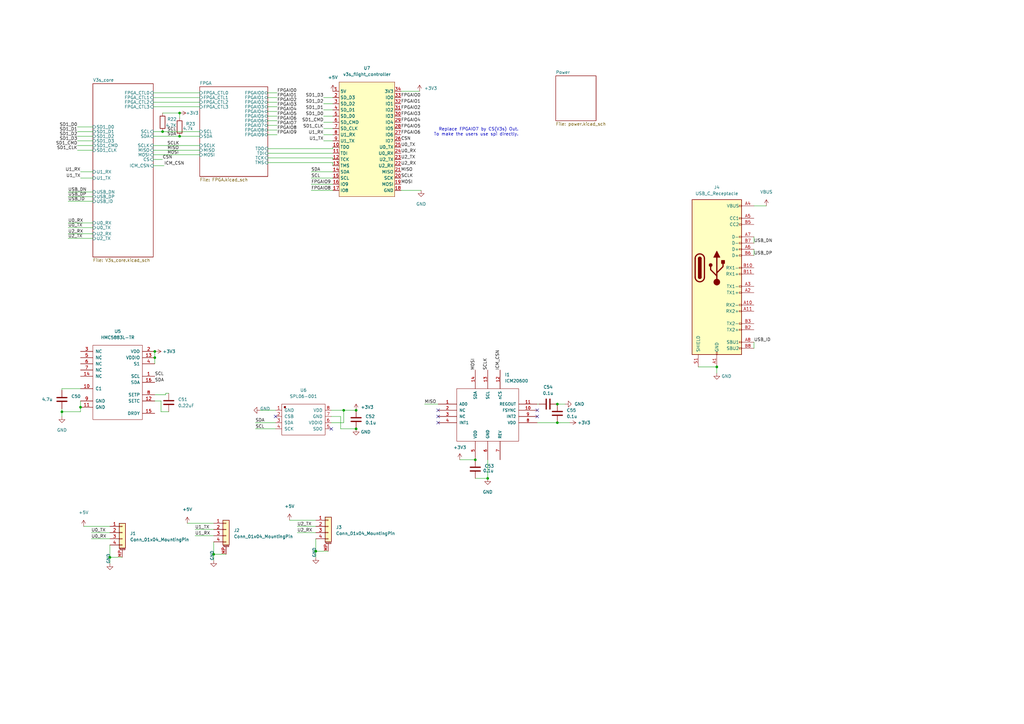
<source format=kicad_sch>
(kicad_sch (version 20211123) (generator eeschema)
  (paper "A3")
  (title_block (title "PiPX4_V3s"))
  (lib_symbols
    (symbol "Connector:USB_C_Receptacle" (pin_names (offset 1.016))
      (property "Reference" "J" (at -10.16 29.21 0))
      (property "Value" "USB_C_Receptacle" (at 10.16 29.21 0))
      (symbol "USB_C_Receptacle_0_0"
        (rectangle (start -0.254 -35.56) (end 0.254 -34.544))
        (rectangle (start 10.16 -32.766) (end 9.144 -33.274))
        (rectangle (start 10.16 -30.226) (end 9.144 -30.734))
        (rectangle (start 10.16 -25.146) (end 9.144 -25.654))
        (rectangle (start 10.16 -22.606) (end 9.144 -23.114))
        (rectangle (start 10.16 -17.526) (end 9.144 -18.034))
        (rectangle (start 10.16 -14.986) (end 9.144 -15.494))
        (rectangle (start 10.16 -9.906) (end 9.144 -10.414))
        (rectangle (start 10.16 -7.366) (end 9.144 -7.874))
        (rectangle (start 10.16 -2.286) (end 9.144 -2.794))
        (rectangle (start 10.16 0.254) (end 9.144 -0.254))
        (rectangle (start 10.16 5.334) (end 9.144 4.826))
        (rectangle (start 10.16 7.874) (end 9.144 7.366))
        (rectangle (start 10.16 10.414) (end 9.144 9.906))
        (rectangle (start 10.16 12.954) (end 9.144 12.446))
        (rectangle (start 10.16 18.034) (end 9.144 17.526))
        (rectangle (start 10.16 20.574) (end 9.144 20.066))
        (rectangle (start 10.16 25.654) (end 9.144 25.146))
      )
      (symbol "USB_C_Receptacle_0_1"
        (rectangle (start -10.16 27.94) (end 10.16 -35.56) (stroke (width 0.254)) (fill (type background)))
        (arc (start -8.89 -3.81) (mid -6.985 -5.715) (end -5.08 -3.81) (stroke (width 0.508)))
        (arc (start -7.62 -3.81) (mid -6.985 -4.445) (end -6.35 -3.81) (stroke (width 0.254)))
        (arc (start -7.62 -3.81) (mid -6.985 -4.445) (end -6.35 -3.81) (stroke (width 0.254)) (fill (type outline)))
        (rectangle (start -7.62 -3.81) (end -6.35 3.81) (stroke (width 0.254)) (fill (type outline)))
        (arc (start -6.35 3.81) (mid -6.985 4.445) (end -7.62 3.81) (stroke (width 0.254)))
        (arc (start -6.35 3.81) (mid -6.985 4.445) (end -7.62 3.81) (stroke (width 0.254)) (fill (type outline)))
        (arc (start -5.08 3.81) (mid -6.985 5.715) (end -8.89 3.81) (stroke (width 0.508)))
        (polyline (pts (xy -8.89 -3.81) (xy -8.89 3.81)) (stroke (width 0.508)))
        (polyline (pts (xy -5.08 3.81) (xy -5.08 -3.81)) (stroke (width 0.508)))
      )
      (symbol "USB_C_Receptacle_1_1"
        (circle (center -2.54 1.143) (radius 0.635) (stroke (width 0.254)) (fill (type outline)))
        (circle (center 0 -5.842) (radius 1.27) (fill (type outline)))
        (polyline (pts (xy 0 -5.842) (xy 0 4.318)) (stroke (width 0.508)))
        (polyline (pts (xy 0 -3.302) (xy -2.54 -0.762) (xy -2.54 0.508)) (stroke (width 0.508)))
        (polyline (pts (xy 0 -2.032) (xy 2.54 0.508) (xy 2.54 1.778)) (stroke (width 0.508)))
        (polyline (pts (xy -1.27 4.318) (xy 0 6.858) (xy 1.27 4.318) (xy -1.27 4.318)) (stroke (width 0.254)) (fill (type outline)))
        (rectangle (start 1.905 1.778) (end 3.175 3.048) (stroke (width 0.254)) (fill (type outline)))
        (pin passive line (at 0 -40.64 90) (length 5.08) (name "GND") (number "A1"))
        (pin bidirectional line (at 15.24 -15.24 180) (length 5.08) (name "RX2-") (number "A10"))
        (pin bidirectional line (at 15.24 -17.78 180) (length 5.08) (name "RX2+") (number "A11"))
        (pin passive line (at 0 -40.64 90) (length 5.08) hide (name "GND") (number "A12"))
        (pin bidirectional line (at 15.24 -10.16 180) (length 5.08) (name "TX1+") (number "A2"))
        (pin bidirectional line (at 15.24 -7.62 180) (length 5.08) (name "TX1-") (number "A3"))
        (pin passive line (at 15.24 25.4 180) (length 5.08) (name "VBUS") (number "A4"))
        (pin bidirectional line (at 15.24 20.32 180) (length 5.08) (name "CC1") (number "A5"))
        (pin bidirectional line (at 15.24 7.62 180) (length 5.08) (name "D+") (number "A6"))
        (pin bidirectional line (at 15.24 12.7 180) (length 5.08) (name "D-") (number "A7"))
        (pin bidirectional line (at 15.24 -30.48 180) (length 5.08) (name "SBU1") (number "A8"))
        (pin passive line (at 15.24 25.4 180) (length 5.08) hide (name "VBUS") (number "A9"))
        (pin passive line (at 0 -40.64 90) (length 5.08) hide (name "GND") (number "B1"))
        (pin bidirectional line (at 15.24 0 180) (length 5.08) (name "RX1-") (number "B10"))
        (pin bidirectional line (at 15.24 -2.54 180) (length 5.08) (name "RX1+") (number "B11"))
        (pin passive line (at 0 -40.64 90) (length 5.08) hide (name "GND") (number "B12"))
        (pin bidirectional line (at 15.24 -25.4 180) (length 5.08) (name "TX2+") (number "B2"))
        (pin bidirectional line (at 15.24 -22.86 180) (length 5.08) (name "TX2-") (number "B3"))
        (pin passive line (at 15.24 25.4 180) (length 5.08) hide (name "VBUS") (number "B4"))
        (pin bidirectional line (at 15.24 17.78 180) (length 5.08) (name "CC2") (number "B5"))
        (pin bidirectional line (at 15.24 5.08 180) (length 5.08) (name "D+") (number "B6"))
        (pin bidirectional line (at 15.24 10.16 180) (length 5.08) (name "D-") (number "B7"))
        (pin bidirectional line (at 15.24 -33.02 180) (length 5.08) (name "SBU2") (number "B8"))
        (pin passive line (at 15.24 25.4 180) (length 5.08) hide (name "VBUS") (number "B9"))
        (pin passive line (at -7.62 -40.64 90) (length 5.08) (name "SHIELD") (number "S1"))
      )
    )
    (symbol "Connector_Generic_MountingPin:Conn_01x04_MountingPin" (pin_names (offset 1.016) hide)
      (property "Reference" "J" (at 0 5.08 0))
      (property "Value" "Conn_01x04_MountingPin" (at 1.27 -7.62 0))
      (symbol "Conn_01x04_MountingPin_1_1"
        (rectangle (start -1.27 -4.953) (end 0 -5.207) (stroke (width 0.1524)))
        (rectangle (start -1.27 -2.413) (end 0 -2.667) (stroke (width 0.1524)))
        (rectangle (start -1.27 0.127) (end 0 -0.127) (stroke (width 0.1524)))
        (rectangle (start -1.27 2.667) (end 0 2.413) (stroke (width 0.1524)))
        (rectangle (start -1.27 3.81) (end 1.27 -6.35) (stroke (width 0.254)) (fill (type background)))
        (polyline (pts (xy -1.016 -7.112) (xy 1.016 -7.112)) (stroke (width 0.1524)))
        (text "Mounting" (at 0 -6.731 0) (effects (font (size 0.381 0.381))))
        (pin passive line (at -5.08 2.54 0) (length 3.81) (name "Pin_1") (number "1"))
        (pin passive line (at -5.08 0 0) (length 3.81) (name "Pin_2") (number "2"))
        (pin passive line (at -5.08 -2.54 0) (length 3.81) (name "Pin_3") (number "3"))
        (pin passive line (at -5.08 -5.08 0) (length 3.81) (name "Pin_4") (number "4"))
        (pin passive line (at 0 -10.16 90) (length 3.048) (name "MountPin") (number "MP"))
      )
    )
    (symbol "Device:C" (pin_numbers hide) (pin_names (offset 0.254))
      (property "Reference" "C" (at 0.635 2.54 0))
      (property "Value" "C" (at 0.635 -2.54 0))
      (symbol "C_0_1"
        (polyline (pts (xy -2.032 -0.762) (xy 2.032 -0.762)) (stroke (width 0.508)))
        (polyline (pts (xy -2.032 0.762) (xy 2.032 0.762)) (stroke (width 0.508)))
      )
      (symbol "C_1_1"
        (pin passive line (at 0 3.81 270) (length 2.794) (name "~") (number "1"))
        (pin passive line (at 0 -3.81 90) (length 2.794) (name "~") (number "2"))
      )
    )
    (symbol "Device:R" (pin_numbers hide) (pin_names (offset 0))
      (property "Reference" "R" (at 2.032 0 90))
      (property "Value" "R" (at 0 0 90))
      (symbol "R_0_1"
        (rectangle (start -1.016 -2.54) (end 1.016 2.54) (stroke (width 0.254)))
      )
      (symbol "R_1_1"
        (pin passive line (at 0 3.81 270) (length 1.27) (name "~") (number "1"))
        (pin passive line (at 0 -3.81 90) (length 1.27) (name "~") (number "2"))
      )
    )
    (symbol "ic:HMC5883L-TR" (pin_names (offset 1.016))
      (property "Reference" "U" (at 0 17.8562 0))
      (property "Value" "HMC5883L-TR" (at 0 22.9362 0))
      (symbol "HMC5883L-TR_1_1"
        (rectangle (start -10.16 15.24) (end 10.16 -15.24) (stroke (width 0.1524)))
        (pin input line (at 15.24 2.54 180) (length 5.08) (name "SCL") (number "1"))
        (pin input line (at -15.24 -2.54 0) (length 5.08) (name "C1") (number "10"))
        (pin input line (at -15.24 -10.16 0) (length 5.08) (name "GND") (number "11"))
        (pin input line (at 15.24 -7.62 180) (length 5.08) (name "SETC") (number "12"))
        (pin input line (at 15.24 10.16 180) (length 5.08) (name "VDDIO") (number "13"))
        (pin input line (at -15.24 2.54 0) (length 5.08) (name "NC") (number "14"))
        (pin input line (at 15.24 -12.7 180) (length 5.08) (name "DRDY") (number "15"))
        (pin input line (at 15.24 0 180) (length 5.08) (name "SDA") (number "16"))
        (pin input line (at 15.24 12.7 180) (length 5.08) (name "VDD") (number "2"))
        (pin input line (at -15.24 12.7 0) (length 5.08) (name "NC") (number "3"))
        (pin input line (at 15.24 7.62 180) (length 5.08) (name "S1") (number "4"))
        (pin input line (at -15.24 10.16 0) (length 5.08) (name "NC") (number "5"))
        (pin input line (at -15.24 7.62 0) (length 5.08) (name "NC") (number "6"))
        (pin input line (at -15.24 5.08 0) (length 5.08) (name "NC") (number "7"))
        (pin input line (at 15.24 -5.08 180) (length 5.08) (name "SETP") (number "8"))
        (pin input line (at -15.24 -7.62 0) (length 5.08) (name "GND") (number "9"))
      )
    )
    (symbol "ic:ICM20600" (pin_names (offset 1.016))
      (property "Reference" "I" (at 0 20.701 0))
      (property "Value" "ICM20600" (at 0 25.781 0))
      (symbol "ICM20600_1_1"
        (rectangle (start -12.7 10.16) (end 12.7 -11.43) (stroke (width 0.1524)))
        (pin input line (at -20.32 3.81 0) (length 7.62) (name "AD0") (number "1"))
        (pin input line (at 20.32 1.27 180) (length 7.62) (name "FSYNC") (number "10"))
        (pin input line (at 20.32 3.81 180) (length 7.62) (name "REGOUT") (number "11"))
        (pin input line (at 5.08 17.78 270) (length 7.62) (name "nCS") (number "12"))
        (pin input line (at 0 17.78 270) (length 7.62) (name "SCL") (number "13"))
        (pin input line (at -5.08 17.78 270) (length 7.62) (name "SDA") (number "14"))
        (pin input line (at -20.32 1.27 0) (length 7.62) (name "NC") (number "2"))
        (pin input line (at -20.32 -1.27 0) (length 7.62) (name "NC") (number "3"))
        (pin input line (at -20.32 -3.81 0) (length 7.62) (name "INT1") (number "4"))
        (pin input line (at -5.08 -19.05 90) (length 7.62) (name "VDD") (number "5"))
        (pin input line (at 0 -19.05 90) (length 7.62) (name "GND") (number "6"))
        (pin input line (at 5.08 -19.05 90) (length 7.62) (name "REV") (number "7"))
        (pin input line (at 20.32 -3.81 180) (length 7.62) (name "VDD") (number "8"))
        (pin input line (at 20.32 -1.27 180) (length 7.62) (name "INT2") (number "9"))
      )
    )
    (symbol "ic:SPL06-001" (pin_names (offset 1.016))
      (property "Reference" "U" (at 0 9.0424 0))
      (property "Value" "SPL06-001" (at 0 14.1224 0))
      (symbol "SPL06-001_1_1"
        (rectangle (start -8.89 6.35) (end 8.89 -6.35) (stroke (width 0.1524)))
        (circle (center -7.62 5.08) (radius 0.381) (stroke (width 0.1524)) (fill (type outline)))
        (pin input line (at -11.43 3.81 0) (length 2.54) (name "GND") (number "1"))
        (pin input line (at -11.43 1.27 0) (length 2.54) (name "CSB") (number "2"))
        (pin input line (at -11.43 -1.27 0) (length 2.54) (name "SDA") (number "3"))
        (pin input line (at -11.43 -3.81 0) (length 2.54) (name "SCK") (number "4"))
        (pin input line (at 11.43 -3.81 180) (length 2.54) (name "SDO") (number "5"))
        (pin input line (at 11.43 -1.27 180) (length 2.54) (name "VDDIO") (number "6"))
        (pin input line (at 11.43 1.27 180) (length 2.54) (name "GND") (number "7"))
        (pin input line (at 11.43 3.81 180) (length 2.54) (name "VDD") (number "8"))
      )
    )
    (symbol "modules:v3s_flight_controller"
      (property "Reference" "U" (at -3.81 20.32 0))
      (property "Value" "v3s_flight_controller" (at 7.62 20.32 0))
      (symbol "v3s_flight_controller_0_0"
        (pin power_in line (at -10.16 15.24 0) (length 2.54) (name "5V") (number "1"))
        (pin output line (at -10.16 -7.62 0) (length 2.54) (name "TDO") (number "10"))
        (pin input line (at -10.16 -10.16 0) (length 2.54) (name "TDI") (number "11"))
        (pin input line (at -10.16 -12.7 0) (length 2.54) (name "TCK") (number "12"))
        (pin input line (at -10.16 -15.24 0) (length 2.54) (name "TMS") (number "13"))
        (pin open_emitter line (at -10.16 -17.78 0) (length 2.54) (name "SDA") (number "14"))
        (pin open_emitter line (at -10.16 -20.32 0) (length 2.54) (name "SCL") (number "15"))
        (pin output line (at -10.16 -22.86 0) (length 2.54) (name "IO9") (number "16"))
        (pin input line (at -10.16 -25.4 0) (length 2.54) (name "IO8") (number "17"))
        (pin power_out line (at 17.78 -25.4 180) (length 2.54) (name "GND") (number "18"))
        (pin input line (at 17.78 -22.86 180) (length 2.54) (name "MOSI") (number "19"))
        (pin bidirectional line (at -10.16 12.7 0) (length 2.54) (name "SD_D3") (number "2"))
        (pin output line (at 17.78 -20.32 180) (length 2.54) (name "SCK") (number "20"))
        (pin output line (at 17.78 -17.78 180) (length 2.54) (name "MISO") (number "21"))
        (pin input line (at 17.78 -15.24 180) (length 2.54) (name "U2_RX") (number "22"))
        (pin output line (at 17.78 -12.7 180) (length 2.54) (name "U2_TX") (number "23"))
        (pin input line (at 17.78 -10.16 180) (length 2.54) (name "U0_RX") (number "24"))
        (pin output line (at 17.78 -7.62 180) (length 2.54) (name "U0_TX") (number "25"))
        (pin output line (at 17.78 -5.08 180) (length 2.54) (name "IO7") (number "26"))
        (pin output line (at 17.78 -2.54 180) (length 2.54) (name "IO6") (number "27"))
        (pin output line (at 17.78 0 180) (length 2.54) (name "IO5") (number "28"))
        (pin output line (at 17.78 2.54 180) (length 2.54) (name "IO4") (number "29"))
        (pin bidirectional line (at -10.16 10.16 0) (length 2.54) (name "SD_D2") (number "3"))
        (pin output line (at 17.78 5.08 180) (length 2.54) (name "IO3") (number "30"))
        (pin output line (at 17.78 7.62 180) (length 2.54) (name "IO2") (number "31"))
        (pin output line (at 17.78 10.16 180) (length 2.54) (name "IO1") (number "32"))
        (pin output line (at 17.78 12.7 180) (length 2.54) (name "IO0") (number "33"))
        (pin power_out line (at 17.78 15.24 180) (length 2.54) (name "3V3") (number "34"))
        (pin bidirectional line (at -10.16 7.62 0) (length 2.54) (name "SD_D1") (number "4"))
        (pin bidirectional line (at -10.16 5.08 0) (length 2.54) (name "SD_D0") (number "5"))
        (pin output line (at -10.16 2.54 0) (length 2.54) (name "SD_CMD") (number "6"))
        (pin output line (at -10.16 0 0) (length 2.54) (name "SD_CLK") (number "7"))
        (pin input line (at -10.16 -2.54 0) (length 2.54) (name "U1_RX") (number "8"))
        (pin output line (at -10.16 -5.08 0) (length 2.54) (name "U1_TX") (number "9"))
      )
      (symbol "v3s_flight_controller_0_1"
        (rectangle (start -7.62 19.05) (end 15.24 -27.94) (fill (type background)))
      )
    )
    (symbol "power:+3V3" (power) (pin_names (offset 0))
      (property "Value" "+3V3" (at 0 3.556 0))
      (symbol "+3V3_0_1"
        (polyline (pts (xy -0.762 1.27) (xy 0 2.54)))
        (polyline (pts (xy 0 0) (xy 0 2.54)))
        (polyline (pts (xy 0 2.54) (xy 0.762 1.27)))
      )
      (symbol "+3V3_1_1"
        (pin power_in line (at 0 0 90) (length 0) hide (name "+3V3") (number "1"))
      )
    )
    (symbol "power:+5V" (power) (pin_names (offset 0))
      (property "Value" "+5V" (at 0 3.556 0))
      (symbol "+5V_0_1"
        (polyline (pts (xy -0.762 1.27) (xy 0 2.54)))
        (polyline (pts (xy 0 0) (xy 0 2.54)))
        (polyline (pts (xy 0 2.54) (xy 0.762 1.27)))
      )
      (symbol "+5V_1_1"
        (pin power_in line (at 0 0 90) (length 0) hide (name "+5V") (number "1"))
      )
    )
    (symbol "power:GND" (power) (pin_names (offset 0))
      (property "Value" "GND" (at 0 -3.81 0))
      (symbol "GND_0_1"
        (polyline (pts (xy 0 0) (xy 0 -1.27) (xy 1.27 -1.27) (xy 0 -2.54) (xy -1.27 -1.27) (xy 0 -1.27)))
      )
      (symbol "GND_1_1"
        (pin power_in line (at 0 0 270) (length 0) hide (name "GND") (number "1"))
      )
    )
    (symbol "power:VBUS" (power) (pin_names (offset 0))
      (property "Value" "VBUS" (at 0 3.81 0))
      (symbol "VBUS_0_1"
        (polyline (pts (xy -0.762 1.27) (xy 0 2.54)))
        (polyline (pts (xy 0 0) (xy 0 2.54)))
        (polyline (pts (xy 0 2.54) (xy 0.762 1.27)))
      )
      (symbol "VBUS_1_1"
        (pin power_in line (at 0 0 90) (length 0) hide (name "VBUS") (number "1"))
      )
    )
  )
  (bus_alias "FPGIO" (members "IO1" "IO2" "IO3" "IO09"))
  (junction (at 146.05 168.275))
  (junction (at 66.675 53.975))
  (junction (at 129.54 226.06))
  (junction (at 87.63 227.33))
  (junction (at 33.02 167.005))
  (junction (at 63.5 146.685))
  (junction (at 228.6 173.355))
  (junction (at 194.945 188.595))
  (junction (at 25.4 168.91))
  (junction (at 228.6 165.735))
  (junction (at 294.005 150.495))
  (junction (at 73.66 46.355))
  (junction (at 200.025 196.215))
  (junction (at 63.5 144.145))
  (junction (at 140.97 168.275))
  (junction (at 73.66 55.88))
  (junction (at 45.085 228.6))
  (junction (at 146.05 175.895))
  (no_connect (at 220.345 168.275))
  (no_connect (at 220.345 170.815))
  (no_connect (at 179.705 173.355))
  (no_connect (at 179.705 170.815))
  (no_connect (at 113.03 170.815))
  (no_connect (at 135.89 175.895))
  (no_connect (at 179.705 168.275))
  (wire (pts (xy 66.675 46.355) (xy 73.66 46.355)))
  (wire (pts (xy 228.6 165.735) (xy 231.775 165.735)))
  (wire (pts (xy 109.855 38.1) (xy 113.665 38.1)))
  (wire (pts (xy 146.05 168.275) (xy 140.97 168.275)))
  (wire (pts (xy 136.525 66.675) (xy 136.525 67.945)))
  (wire (pts (xy 67.945 161.29) (xy 69.215 161.29)))
  (wire (pts (xy 309.245 97.155) (xy 309.245 99.695)))
  (wire (pts (xy 109.855 41.91) (xy 113.665 41.91)))
  (wire (pts (xy 109.855 53.34) (xy 113.665 53.34)))
  (wire (pts (xy 62.865 53.975) (xy 66.675 53.975)))
  (wire (pts (xy 37.465 220.98) (xy 45.085 220.98)))
  (wire (pts (xy 34.29 215.9) (xy 45.085 215.9)))
  (wire (pts (xy 62.865 67.945) (xy 67.31 67.945)))
  (wire (pts (xy 132.715 55.245) (xy 136.525 55.245)))
  (wire (pts (xy 233.68 173.355) (xy 228.6 173.355)))
  (wire (pts (xy 127.635 75.565) (xy 136.525 75.565)))
  (wire (pts (xy 25.4 168.91) (xy 25.4 167.64)))
  (wire (pts (xy 27.94 93.345) (xy 38.1 93.345)))
  (wire (pts (xy 66.04 164.465) (xy 66.04 168.91)))
  (wire (pts (xy 294.005 153.035) (xy 294.005 150.495)))
  (wire (pts (xy 109.855 55.245) (xy 113.665 55.245)))
  (wire (pts (xy 33.02 167.005) (xy 33.02 168.91)))
  (wire (pts (xy 63.5 146.685) (xy 63.5 149.225)))
  (wire (pts (xy 109.855 64.77) (xy 136.525 64.77)))
  (wire (pts (xy 109.855 45.72) (xy 113.665 45.72)))
  (wire (pts (xy 164.465 78.105) (xy 172.72 78.105)))
  (wire (pts (xy 62.865 43.815) (xy 81.915 43.815)))
  (wire (pts (xy 62.865 63.5) (xy 81.915 63.5)))
  (wire (pts (xy 33.02 159.385) (xy 25.4 159.385)))
  (wire (pts (xy 80.01 219.71) (xy 87.63 219.71)))
  (wire (pts (xy 62.865 55.88) (xy 73.66 55.88)))
  (wire (pts (xy 127.635 70.485) (xy 136.525 70.485)))
  (wire (pts (xy 220.98 165.735) (xy 220.345 165.735)))
  (wire (pts (xy 104.775 175.895) (xy 113.03 175.895)))
  (wire (pts (xy 121.92 215.9) (xy 129.54 215.9)))
  (wire (pts (xy 33.02 73.025) (xy 38.1 73.025)))
  (wire (pts (xy 31.75 55.88) (xy 38.1 55.88)))
  (wire (pts (xy 73.66 55.88) (xy 81.915 55.88)))
  (wire (pts (xy 25.4 159.385) (xy 25.4 160.02)))
  (wire (pts (xy 45.085 231.14) (xy 45.085 228.6)))
  (wire (pts (xy 200.025 196.215) (xy 194.945 196.215)))
  (wire (pts (xy 106.68 168.275) (xy 113.03 168.275)))
  (wire (pts (xy 62.865 38.1) (xy 81.915 38.1)))
  (wire (pts (xy 135.89 173.355) (xy 140.97 173.355)))
  (wire (pts (xy 27.94 95.885) (xy 38.1 95.885)))
  (wire (pts (xy 129.54 226.06) (xy 129.54 220.98)))
  (wire (pts (xy 73.66 46.355) (xy 73.66 48.26)))
  (wire (pts (xy 121.92 218.44) (xy 129.54 218.44)))
  (wire (pts (xy 314.325 84.455) (xy 309.245 84.455)))
  (wire (pts (xy 132.715 47.625) (xy 136.525 47.625)))
  (wire (pts (xy 87.63 227.33) (xy 92.71 227.33)))
  (wire (pts (xy 76.835 214.63) (xy 87.63 214.63)))
  (wire (pts (xy 31.75 57.785) (xy 38.1 57.785)))
  (wire (pts (xy 129.54 226.06) (xy 134.62 226.06)))
  (wire (pts (xy 31.75 59.69) (xy 38.1 59.69)))
  (wire (pts (xy 33.02 168.91) (xy 25.4 168.91)))
  (wire (pts (xy 109.855 51.435) (xy 113.665 51.435)))
  (wire (pts (xy 25.4 170.815) (xy 25.4 168.91)))
  (wire (pts (xy 109.855 49.53) (xy 113.665 49.53)))
  (wire (pts (xy 127.635 78.105) (xy 136.525 78.105)))
  (wire (pts (xy 136.525 64.77) (xy 136.525 65.405)))
  (wire (pts (xy 87.63 229.87) (xy 87.63 227.33)))
  (wire (pts (xy 33.02 164.465) (xy 33.02 167.005)))
  (wire (pts (xy 286.385 150.495) (xy 294.005 150.495)))
  (wire (pts (xy 140.97 168.275) (xy 135.89 168.275)))
  (wire (pts (xy 66.675 53.975) (xy 81.915 53.975)))
  (wire (pts (xy 132.715 40.005) (xy 136.525 40.005)))
  (wire (pts (xy 140.97 173.355) (xy 140.97 168.275)))
  (wire (pts (xy 62.865 59.69) (xy 81.915 59.69)))
  (wire (pts (xy 62.865 40.005) (xy 81.915 40.005)))
  (wire (pts (xy 132.715 57.785) (xy 136.525 57.785)))
  (wire (pts (xy 109.855 47.625) (xy 113.665 47.625)))
  (wire (pts (xy 67.945 161.925) (xy 67.945 161.29)))
  (wire (pts (xy 309.245 140.335) (xy 309.245 142.875)))
  (wire (pts (xy 109.855 66.675) (xy 136.525 66.675)))
  (wire (pts (xy 104.775 173.355) (xy 113.03 173.355)))
  (wire (pts (xy 63.5 164.465) (xy 66.04 164.465)))
  (wire (pts (xy 135.89 170.815) (xy 139.7 170.815)))
  (wire (pts (xy 132.715 52.705) (xy 136.525 52.705)))
  (wire (pts (xy 139.7 170.815) (xy 139.7 175.895)))
  (wire (pts (xy 27.94 97.79) (xy 38.1 97.79)))
  (wire (pts (xy 132.715 42.545) (xy 136.525 42.545)))
  (wire (pts (xy 228.6 173.355) (xy 220.345 173.355)))
  (wire (pts (xy 31.75 61.595) (xy 38.1 61.595)))
  (wire (pts (xy 27.94 78.74) (xy 38.1 78.74)))
  (wire (pts (xy 136.525 60.96) (xy 136.525 60.325)))
  (wire (pts (xy 109.855 62.865) (xy 136.525 62.865)))
  (wire (pts (xy 62.865 41.91) (xy 81.915 41.91)))
  (wire (pts (xy 45.085 228.6) (xy 50.165 228.6)))
  (wire (pts (xy 118.745 213.36) (xy 129.54 213.36)))
  (wire (pts (xy 87.63 227.33) (xy 87.63 222.25)))
  (wire (pts (xy 109.855 43.815) (xy 113.665 43.815)))
  (wire (pts (xy 188.595 188.595) (xy 194.945 188.595)))
  (wire (pts (xy 27.94 82.55) (xy 38.1 82.55)))
  (wire (pts (xy 200.025 188.595) (xy 200.025 196.215)))
  (wire (pts (xy 31.75 53.975) (xy 38.1 53.975)))
  (wire (pts (xy 109.855 60.96) (xy 136.525 60.96)))
  (wire (pts (xy 31.75 52.07) (xy 38.1 52.07)))
  (wire (pts (xy 109.855 40.005) (xy 113.665 40.005)))
  (wire (pts (xy 172.085 37.465) (xy 164.465 37.465)))
  (wire (pts (xy 37.465 218.44) (xy 45.085 218.44)))
  (wire (pts (xy 33.02 70.485) (xy 38.1 70.485)))
  (wire (pts (xy 45.085 228.6) (xy 45.085 223.52)))
  (wire (pts (xy 63.5 144.145) (xy 63.5 146.685)))
  (wire (pts (xy 132.715 50.165) (xy 136.525 50.165)))
  (wire (pts (xy 80.01 217.17) (xy 87.63 217.17)))
  (wire (pts (xy 27.94 91.44) (xy 38.1 91.44)))
  (wire (pts (xy 63.5 161.925) (xy 67.945 161.925)))
  (wire (pts (xy 27.94 80.645) (xy 38.1 80.645)))
  (wire (pts (xy 127.635 73.025) (xy 136.525 73.025)))
  (wire (pts (xy 132.715 45.085) (xy 136.525 45.085)))
  (wire (pts (xy 129.54 228.6) (xy 129.54 226.06)))
  (wire (pts (xy 309.245 102.235) (xy 309.245 104.775)))
  (wire (pts (xy 62.865 61.595) (xy 81.915 61.595)))
  (wire (pts (xy 174.117 165.735) (xy 179.705 165.735)))
  (wire (pts (xy 66.04 168.91) (xy 69.215 168.91)))
  (wire (pts (xy 62.865 65.405) (xy 66.675 65.405)))
  (wire (pts (xy 139.7 175.895) (xy 146.05 175.895)))
  (text "Replace FPGAIO7 by CS(V3s) Out.\nTo make the users use spi directly." (at 212.725 55.88 0) (effects (font (size 1.27 1.27)) (justify right bottom)))
  (label "U1_TX" (at 80.01 217.17 0))
  (label "SD1_D0" (at 31.75 52.07 180))
  (label "SCL" (at 63.5 154.305 0))
  (label "U2_RX" (at 121.92 218.44 0))
  (label "FPGAIO0" (at 113.665 38.1 0))
  (label "FPGAIO9" (at 113.665 55.245 0))
  (label "U1_RX" (at 80.01 219.71 0))
  (label "FPGAIO7" (at 113.665 51.435 0))
  (label "USB_DP" (at 27.94 80.645 0))
  (label "FPGAIO4" (at 113.665 45.72 0))
  (label "FPGAIO8" (at 127.635 78.105 0))
  (label "FPGAIO6" (at 113.665 49.53 0))
  (label "MOSI" (at 68.58 63.5 0))
  (label "U1_TX" (at 132.715 57.785 180))
  (label "SCL" (at 104.775 175.895 0))
  (label "SD1_D1" (at 31.75 53.975 180))
  (label "FPGAIO3" (at 164.465 47.625 0))
  (label "FPGAIO1" (at 113.665 40.005 0))
  (label "SCLK" (at 200.025 151.765 90))
  (label "SCLK" (at 68.58 59.69 0))
  (label "U0_RX" (at 27.94 91.44 0))
  (label "U0_RX" (at 37.465 220.98 0))
  (label "FPGAIO0" (at 164.465 40.005 0))
  (label "SD1_D2" (at 31.75 55.88 180))
  (label "FPGAIO3" (at 113.665 43.815 0))
  (label "USB_ID" (at 27.94 82.55 0))
  (label "FPGAIO9" (at 127.635 75.565 0))
  (label "U2_RX" (at 164.465 67.945 0))
  (label "SCL" (at 127.635 73.025 0))
  (label "USB_DN" (at 27.94 78.74 0))
  (label "SCL" (at 68.58 53.975 0))
  (label "FPGAIO6" (at 164.465 55.245 0))
  (label "U1_RX" (at 33.02 70.485 180))
  (label "SDA" (at 63.5 156.845 0))
  (label "FPGAIO4" (at 164.465 50.165 0))
  (label "FPGAIO2" (at 113.665 41.91 0))
  (label "SD1_D3" (at 132.715 40.005 180))
  (label "USB_ID" (at 309.245 140.335 0))
  (label "MOSI" (at 164.465 75.565 0))
  (label "FPGAIO1" (at 164.465 42.545 0))
  (label "CSN" (at 66.675 65.405 0))
  (label "U0_RX" (at 164.465 62.865 0))
  (label "CSN" (at 164.465 57.785 0))
  (label "U0_TX" (at 37.465 218.44 0))
  (label "SD1_D0" (at 132.715 47.625 180))
  (label "FPGAIO5" (at 113.665 47.625 0))
  (label "SD1_CMD" (at 31.75 59.69 180))
  (label "FPGAIO5" (at 164.465 52.705 0))
  (label "U0_TX" (at 164.465 60.325 0))
  (label "U1_TX" (at 33.02 73.025 180))
  (label "SDA" (at 104.775 173.355 0))
  (label "SD1_D1" (at 132.715 45.085 180))
  (label "U0_TX" (at 27.94 93.345 0))
  (label "MOSI" (at 194.945 151.765 90))
  (label "SCLK" (at 164.465 73.025 0))
  (label "MISO" (at 68.58 61.595 0))
  (label "U2_TX" (at 121.92 215.9 0))
  (label "U2_RX" (at 27.94 95.885 0))
  (label "U1_RX" (at 132.715 55.245 180))
  (label "MISO" (at 174.117 165.735 0))
  (label "ICM_CSN" (at 67.31 67.945 0))
  (label "SD1_D3" (at 31.75 57.785 180))
  (label "SD1_CLK" (at 31.75 61.595 180))
  (label "FPGAIO8" (at 113.665 53.34 0))
  (label "SD1_CMD" (at 132.715 50.165 180))
  (label "SD1_D2" (at 132.715 42.545 180))
  (label "FPGAIO2" (at 164.465 45.085 0))
  (label "SDA" (at 127.635 70.485 0))
  (label "MISO" (at 164.465 70.485 0))
  (label "SDA" (at 68.58 55.88 0))
  (label "USB_DN" (at 309.245 99.695 0))
  (label "ICM_CSN" (at 205.105 151.765 90))
  (label "USB_DP" (at 309.245 104.775 0))
  (label "U2_TX" (at 27.94 97.79 0))
  (label "SD1_CLK" (at 132.715 52.705 180))
  (label "U2_TX" (at 164.465 65.405 0))
  (symbol (lib_id "ic:HMC5883L-TR") (at 48.26 156.845 0) (unit 1)
    (property "Reference" "U5" (at 48.26 135.89 0))
    (property "Value" "HMC5883L-TR" (at 48.26 138.43 0))
    (property "Footprint" "Package_LGA:LGA-16_3x3mm_P0.5mm" (effects hide))
    (property "Datasheet" "http://www.szlcsc.com/product/details_16321.html" (effects hide))
    (property "SuppliersPartNumber" "C15640" (effects hide))
    (property "uuid" "std:1030168a294f4e518ed1c9727018643b" (effects hide))
  )
  (symbol (lib_id "power:VBUS") (at 314.325 84.455 0) (unit 1)
    (property "Reference" "#PWR024" (effects hide))
    (property "Value" "VBUS" (at 314.325 78.74 0))
  )
  (symbol (lib_id "power:+3V3") (at 146.05 168.275 0) (unit 1)
    (property "Reference" "#PWR015" (effects hide))
    (property "Value" "+3V3" (at 147.955 167.0049 0) (effects (justify left)))
  )
  (symbol (lib_id "Connector_Generic_MountingPin:Conn_01x04_MountingPin") (at 50.165 218.44 0) (unit 1)
    (property "Reference" "J1" (at 53.34 218.7955 0) (effects (justify left)))
    (property "Value" "Conn_01x04_MountingPin" (at 53.34 221.3355 0) (effects (justify left)))
    (property "Footprint" "Connector_Molex:Molex_CLIK-Mate_502382-0470_1x04-1MP_P1.25mm_Vertical" (effects hide))
  )
  (symbol (lib_id "power:GND") (at 25.4 170.815 0) (unit 1)
    (property "Reference" "#PWR04" (effects hide))
    (property "Value" "GND" (at 25.4 176.403 0))
  )
  (symbol (lib_id "Device:C") (at 69.215 165.1 0) (unit 1)
    (property "Reference" "C51" (at 73.025 163.8299 0) (effects (justify left)))
    (property "Value" "0.22uF" (at 73.025 166.3699 0) (effects (justify left)))
    (property "Footprint" "Capacitor_SMD:C_0402_1005Metric" (effects hide))
  )
  (symbol (lib_id "power:GND") (at 146.05 175.895 0) (unit 1)
    (property "Reference" "#PWR016" (effects hide))
    (property "Value" "GND" (at 147.955 177.1649 0) (effects (justify left)))
  )
  (symbol (lib_id "ic:ICM20600") (at 200.025 169.545 0) (unit 1)
    (property "Reference" "I1" (at 207.0685 153.67 0) (effects (justify left)))
    (property "Value" "ICM20600" (at 207.0685 156.21 0) (effects (justify left)))
    (property "Footprint" "Package_LGA:Bosch_LGA-14_3x2.5mm_P0.5mm" (effects hide))
    (property "uuid" "std:541edf1bb49c4e01a727994d0dc999f2" (effects hide))
  )
  (symbol (lib_id "Device:R") (at 73.66 52.07 0) (unit 1)
    (property "Reference" "R23" (at 76.2 50.7999 0) (effects (justify left)))
    (property "Value" "4.7k" (at 74.93 52.705 0) (effects (justify left)))
    (property "Footprint" "Resistor_SMD:R_0402_1005Metric" (effects hide))
  )
  (symbol (lib_id "Device:C") (at 25.4 163.83 0) (unit 1)
    (property "Reference" "C50" (at 29.21 162.5599 0) (effects (justify left)))
    (property "Value" "4.7u" (at 17.145 163.83 0) (effects (justify left)))
    (property "Footprint" "Capacitor_SMD:C_0402_1005Metric" (effects hide))
  )
  (symbol (lib_id "power:GND") (at 87.63 229.87 0) (unit 1)
    (property "Reference" "#PWR010" (effects hide))
    (property "Value" "GND" (at 86.995 229.87 90) (effects (justify left)))
  )
  (symbol (lib_id "Device:C") (at 146.05 172.085 0) (unit 1)
    (property "Reference" "C52" (at 149.86 170.8149 0) (effects (justify left)))
    (property "Value" "0.1u" (at 149.86 173.3549 0) (effects (justify left)))
    (property "Footprint" "Capacitor_SMD:C_0402_1005Metric" (effects hide))
  )
  (symbol (lib_id "power:GND") (at 231.775 165.735 90) (unit 1)
    (property "Reference" "#PWR021" (effects hide))
    (property "Value" "GND" (at 235.585 165.7349 90) (effects (justify right)))
  )
  (symbol (lib_id "power:+3V3") (at 233.68 173.355 270) (unit 1)
    (property "Reference" "#PWR022" (effects hide))
    (property "Value" "+3V3" (at 236.855 173.3549 90) (effects (justify left)))
  )
  (symbol (lib_id "Connector_Generic_MountingPin:Conn_01x04_MountingPin") (at 92.71 217.17 0) (unit 1)
    (property "Reference" "J2" (at 95.885 217.5255 0) (effects (justify left)))
    (property "Value" "Conn_01x04_MountingPin" (at 95.885 220.0655 0) (effects (justify left)))
    (property "Footprint" "Connector_Molex:Molex_CLIK-Mate_502382-0470_1x04-1MP_P1.25mm_Vertical" (effects hide))
  )
  (symbol (lib_id "modules:v3s_flight_controller") (at 146.685 52.705 0) (unit 1)
    (property "Reference" "U7" (at 150.495 27.94 0))
    (property "Value" "v3s_flight_controller" (at 150.495 30.48 0))
    (property "Footprint" "ic_footprint:Flight_Core" (effects hide))
  )
  (symbol (lib_id "Device:C") (at 224.79 165.735 270) (unit 1)
    (property "Reference" "C54" (at 224.79 158.75 90))
    (property "Value" "0.1u" (at 224.79 161.29 90))
    (property "Footprint" "Capacitor_SMD:C_0402_1005Metric" (effects hide))
  )
  (symbol (lib_id "Connector_Generic_MountingPin:Conn_01x04_MountingPin") (at 134.62 215.9 0) (unit 1)
    (property "Reference" "J3" (at 137.795 216.2555 0) (effects (justify left)))
    (property "Value" "Conn_01x04_MountingPin" (at 137.795 218.7955 0) (effects (justify left)))
    (property "Footprint" "Connector_Molex:Molex_CLIK-Mate_502382-0470_1x04-1MP_P1.25mm_Vertical" (effects hide))
  )
  (symbol (lib_id "power:+5V") (at 76.835 214.63 0) (unit 1)
    (property "Reference" "#PWR09" (effects hide))
    (property "Value" "+5V" (at 76.835 208.915 0))
  )
  (symbol (lib_id "power:+3V3") (at 63.5 144.145 270) (unit 1)
    (property "Reference" "#PWR07" (effects hide))
    (property "Value" "+3V3" (at 66.675 144.1449 90) (effects (justify left)))
  )
  (symbol (lib_id "Device:C") (at 194.945 192.405 180) (unit 1)
    (property "Reference" "C53" (at 198.755 191.1349 0) (effects (justify right)))
    (property "Value" "0.1u" (at 198.12 193.04 0) (effects (justify right)))
    (property "Footprint" "Capacitor_SMD:C_0402_1005Metric" (effects hide))
  )
  (symbol (lib_id "power:+5V") (at 136.525 37.465 0) (unit 1)
    (property "Reference" "#PWR014" (effects hide))
    (property "Value" "+5V" (at 136.525 31.75 0))
  )
  (symbol (lib_id "power:GND") (at 172.72 78.105 0) (unit 1)
    (property "Reference" "#PWR018" (effects hide))
    (property "Value" "GND" (at 172.72 83.693 0))
  )
  (symbol (lib_id "power:+3V3") (at 188.595 188.595 0) (unit 1)
    (property "Reference" "#PWR019" (effects hide))
    (property "Value" "+3V3" (at 188.595 183.515 0))
  )
  (symbol (lib_id "power:GND") (at 106.68 168.275 270) (unit 1)
    (property "Reference" "#PWR011" (effects hide))
    (property "Value" "GND" (at 106.68 167.64 90) (effects (justify left)))
  )
  (symbol (lib_id "power:GND") (at 129.54 228.6 0) (unit 1)
    (property "Reference" "#PWR013" (effects hide))
    (property "Value" "GND" (at 128.905 228.6 90) (effects (justify left)))
  )
  (symbol (lib_id "power:GND") (at 200.025 196.215 0) (unit 1)
    (property "Reference" "#PWR020" (effects hide))
    (property "Value" "GND" (at 200.025 201.803 0))
  )
  (symbol (lib_id "power:+5V") (at 34.29 215.9 0) (unit 1)
    (property "Reference" "#PWR05" (effects hide))
    (property "Value" "+5V" (at 34.29 210.185 0))
  )
  (symbol (lib_id "Connector:USB_C_Receptacle") (at 294.005 109.855 0) (unit 1)
    (property "Reference" "J4" (at 294.005 76.835 0))
    (property "Value" "USB_C_Receptacle" (at 294.005 79.375 0))
    (property "Footprint" "Connector_USB:USB_C_Receptacle_Palconn_UTC16-G" (effects hide))
    (property "Datasheet" "https://www.usb.org/sites/default/files/documents/usb_type-c.zip" (effects hide))
  )
  (symbol (lib_id "power:+3V3") (at 73.66 46.355 270) (unit 1)
    (property "Reference" "#PWR08" (effects hide))
    (property "Value" "+3V3" (at 76.2 46.355 90) (effects (justify left)))
  )
  (symbol (lib_id "power:+3V3") (at 172.085 37.465 0) (unit 1)
    (property "Reference" "#PWR017" (effects hide))
    (property "Value" "+3V3" (at 173.99 36.1949 0) (effects (justify left)))
  )
  (symbol (lib_id "ic:SPL06-001") (at 124.46 172.085 0) (unit 1)
    (property "Reference" "U6" (at 124.46 160.02 0))
    (property "Value" "SPL06-001" (at 124.46 162.56 0))
    (property "Footprint" "Package_LGA:Bosch_LGA-8_2x2.5mm_P0.65mm_ClockwisePinNumbering" (effects hide))
    (property "SuppliersPartNumber" "C2684428" (effects hide))
    (property "uuid" "std:a5a1b0a255764b53a557c729785514fe" (effects hide))
  )
  (symbol (lib_id "Device:R") (at 66.675 50.165 0) (unit 1)
    (property "Reference" "R22" (at 68.58 48.8949 0) (effects (justify left)))
    (property "Value" "4.7K" (at 67.945 51.435 0) (effects (justify left)))
    (property "Footprint" "Resistor_SMD:R_0402_1005Metric" (effects hide))
  )
  (symbol (lib_id "power:GND") (at 294.005 153.035 0) (unit 1)
    (property "Reference" "#PWR023" (effects hide))
    (property "Value" "GND" (at 295.91 154.3049 0) (effects (justify left)))
  )
  (symbol (lib_id "Device:C") (at 228.6 169.545 0) (unit 1)
    (property "Reference" "C55" (at 232.41 168.2749 0) (effects (justify left)))
    (property "Value" "0.1u" (at 232.41 170.8149 0) (effects (justify left)))
    (property "Footprint" "Capacitor_SMD:C_0402_1005Metric" (effects hide))
  )
  (symbol (lib_id "power:GND") (at 45.085 231.14 0) (unit 1)
    (property "Reference" "#PWR06" (effects hide))
    (property "Value" "GND" (at 44.45 231.14 90) (effects (justify left)))
  )
  (symbol (lib_id "power:+5V") (at 118.745 213.36 0) (unit 1)
    (property "Reference" "#PWR012" (effects hide))
    (property "Value" "+5V" (at 118.745 207.645 0))
  )
  (sheet (at 227.965 31.115) (size 16.51 18.415) (stroke (width 0.1524))
    (property "Sheet name" "Power" (at 227.965 30.4034 0) (effects (justify left bottom)))
    (property "Sheet file" "power.kicad_sch" (at 227.965 50.1146 0) (effects (justify left top)))
  )
  (sheet (at 81.915 35.56) (size 27.94 36.83) (stroke (width 0.1524))
    (property "Sheet name" "FPGA" (at 81.915 34.8484 0) (effects (justify left bottom)))
    (property "Sheet file" "FPGA.kicad_sch" (at 81.915 72.9746 0) (effects (justify left top)))
    (pin "FPGAIO6" bidirectional (at 109.855 49.53 0))
    (pin "FPGAIO4" bidirectional (at 109.855 45.72 0))
    (pin "FPGAIO8" bidirectional (at 109.855 53.34 0))
    (pin "FPGAIO5" bidirectional (at 109.855 47.625 0))
    (pin "FPGAIO7" bidirectional (at 109.855 51.435 0))
    (pin "FPGAIO9" bidirectional (at 109.855 55.245 0))
    (pin "MOSI" input (at 81.915 63.5 180))
    (pin "FPGAIO3" bidirectional (at 109.855 43.815 0))
    (pin "FPGAIO2" bidirectional (at 109.855 41.91 0))
    (pin "FPGAIO1" bidirectional (at 109.855 40.005 0))
    (pin "FPGAIO0" bidirectional (at 109.855 38.1 0))
    (pin "TMS" input (at 109.855 66.675 0))
    (pin "FPGA_CTL0" input (at 81.915 38.1 180))
    (pin "TDI" input (at 109.855 62.865 0))
    (pin "TCK" input (at 109.855 64.77 0))
    (pin "SCL" input (at 81.915 53.975 180))
    (pin "SDA" input (at 81.915 55.88 180))
    (pin "MISO" input (at 81.915 61.595 180))
    (pin "FPGA_CTL1" input (at 81.915 40.005 180))
    (pin "TDO" input (at 109.855 60.96 0))
    (pin "FPGA_CTL2" input (at 81.915 41.91 180))
    (pin "FPGA_CTL3" input (at 81.915 43.815 180))
    (pin "SCLK" input (at 81.915 59.69 180))
  )
  (sheet (at 38.1 34.29) (size 24.765 71.12) (stroke (width 0.1524))
    (property "Sheet name" "V3s_core" (at 38.1 33.5784 0) (effects (justify left bottom)))
    (property "Sheet file" "V3s_core.kicad_sch" (at 38.1 105.9946 0) (effects (justify left top)))
    (pin "MISO" input (at 62.865 61.595 0))
    (pin "CS" input (at 62.865 65.405 0))
    (pin "SCLK" input (at 62.865 59.69 0))
    (pin "MOSI" input (at 62.865 63.5 0))
    (pin "SD1_D0" input (at 38.1 52.07 180))
    (pin "SD1_D2" input (at 38.1 55.88 180))
    (pin "SD1_D1" input (at 38.1 53.975 180))
    (pin "SD1_D3" input (at 38.1 57.785 180))
    (pin "SD1_CMD" input (at 38.1 59.69 180))
    (pin "SD1_CLK" input (at 38.1 61.595 180))
    (pin "U1_RX" input (at 38.1 70.485 180))
    (pin "U1_TX" input (at 38.1 73.025 180))
    (pin "USB_DN" input (at 38.1 78.74 180))
    (pin "USB_DP" input (at 38.1 80.645 180))
    (pin "USB_ID" input (at 38.1 82.55 180))
    (pin "SDA" input (at 62.865 55.88 0))
    (pin "SCL" input (at 62.865 53.975 0))
    (pin "U0_RX" input (at 38.1 91.44 180))
    (pin "U0_TX" input (at 38.1 93.345 180))
    (pin "U2_RX" input (at 38.1 95.885 180))
    (pin "U2_TX" input (at 38.1 97.79 180))
    (pin "ICM_CSN" input (at 62.865 67.945 0))
    (pin "FPGA_CTL2" input (at 62.865 41.91 0))
    (pin "FPGA_CTL1" input (at 62.865 40.005 0))
    (pin "FPGA_CTL0" input (at 62.865 38.1 0))
    (pin "FPGA_CTL3" input (at 62.865 43.815 0))
  )
)
</source>
